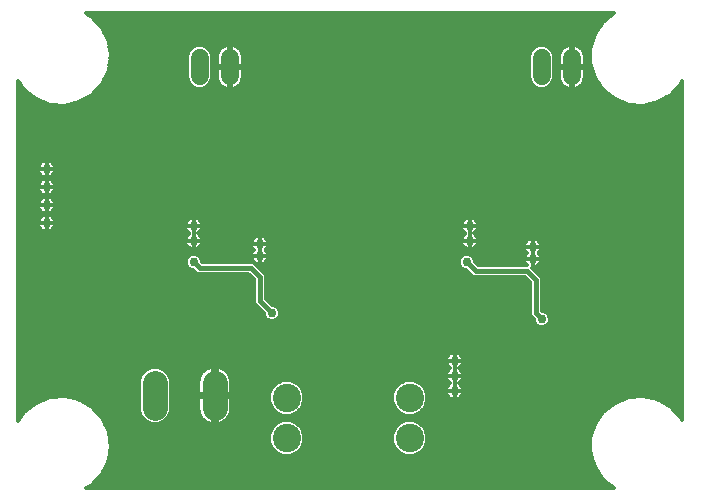
<source format=gbl>
G75*
%MOIN*%
%OFA0B0*%
%FSLAX25Y25*%
%IPPOS*%
%LPD*%
%AMOC8*
5,1,8,0,0,1.08239X$1,22.5*
%
%ADD10C,0.08250*%
%ADD11C,0.09449*%
%ADD12C,0.06000*%
%ADD13C,0.01200*%
%ADD14C,0.02953*%
%ADD15C,0.01600*%
D10*
X0098600Y0040175D02*
X0098600Y0048425D01*
X0118600Y0048425D02*
X0118600Y0040175D01*
D11*
X0142600Y0043500D03*
X0142600Y0030100D03*
X0183600Y0030100D03*
X0183600Y0043500D03*
D12*
X0227600Y0150800D02*
X0227600Y0156800D01*
X0237600Y0156800D02*
X0237600Y0150800D01*
X0123600Y0150800D02*
X0123600Y0156800D01*
X0113600Y0156800D02*
X0113600Y0150800D01*
D13*
X0053184Y0149105D02*
X0053184Y0035913D01*
X0055179Y0038839D01*
X0055179Y0038839D01*
X0055179Y0038839D01*
X0059048Y0041924D01*
X0059048Y0041924D01*
X0063654Y0043732D01*
X0063654Y0043732D01*
X0068589Y0044102D01*
X0068589Y0044102D01*
X0073413Y0043001D01*
X0073413Y0043001D01*
X0077698Y0040526D01*
X0077698Y0040526D01*
X0081064Y0036899D01*
X0081064Y0036899D01*
X0083211Y0032441D01*
X0083211Y0032441D01*
X0083948Y0027548D01*
X0083211Y0022655D01*
X0081064Y0018197D01*
X0081064Y0018197D01*
X0077698Y0014570D01*
X0077698Y0014570D01*
X0077698Y0014570D01*
X0075645Y0013384D01*
X0251695Y0013384D01*
X0248093Y0016257D01*
X0248093Y0016257D01*
X0248093Y0016257D01*
X0245305Y0020346D01*
X0245305Y0020346D01*
X0243847Y0025074D01*
X0243847Y0030022D01*
X0245305Y0034750D01*
X0245305Y0034750D01*
X0248093Y0038839D01*
X0248093Y0038839D01*
X0248093Y0038839D01*
X0251961Y0041924D01*
X0251961Y0041924D01*
X0256568Y0043732D01*
X0256568Y0043732D01*
X0261502Y0044102D01*
X0261502Y0044102D01*
X0266326Y0043001D01*
X0266326Y0043001D01*
X0270611Y0040526D01*
X0270611Y0040526D01*
X0273977Y0036899D01*
X0273977Y0036899D01*
X0274425Y0035968D01*
X0274425Y0149049D01*
X0273977Y0148118D01*
X0270611Y0144491D01*
X0270611Y0144491D01*
X0266326Y0142017D01*
X0261502Y0140916D01*
X0261502Y0140916D01*
X0256568Y0141285D01*
X0256568Y0141285D01*
X0251961Y0143093D01*
X0251961Y0143093D01*
X0248093Y0146178D01*
X0248093Y0146178D01*
X0248093Y0146178D01*
X0245305Y0150267D01*
X0245305Y0150267D01*
X0243847Y0154995D01*
X0243847Y0159943D01*
X0245305Y0164672D01*
X0245305Y0164672D01*
X0248093Y0168760D01*
X0248093Y0168760D01*
X0251695Y0171633D01*
X0075645Y0171633D01*
X0077698Y0170448D01*
X0081064Y0166820D01*
X0081064Y0166820D01*
X0081064Y0166820D01*
X0083211Y0162362D01*
X0083211Y0162362D01*
X0083948Y0157469D01*
X0083211Y0152576D01*
X0083211Y0152576D01*
X0081064Y0148118D01*
X0081064Y0148118D01*
X0077698Y0144491D01*
X0077698Y0144491D01*
X0073413Y0142017D01*
X0073413Y0142017D01*
X0068589Y0140916D01*
X0068589Y0140916D01*
X0063654Y0141285D01*
X0063654Y0141285D01*
X0059048Y0143093D01*
X0059048Y0143093D01*
X0055179Y0146178D01*
X0055179Y0146178D01*
X0055179Y0146178D01*
X0053184Y0149105D01*
X0053184Y0148430D02*
X0053644Y0148430D01*
X0053184Y0147232D02*
X0054461Y0147232D01*
X0055361Y0146033D02*
X0053184Y0146033D01*
X0053184Y0144835D02*
X0056864Y0144835D01*
X0058367Y0143636D02*
X0053184Y0143636D01*
X0053184Y0142438D02*
X0060718Y0142438D01*
X0064271Y0141239D02*
X0053184Y0141239D01*
X0053184Y0140041D02*
X0274425Y0140041D01*
X0274425Y0141239D02*
X0262919Y0141239D01*
X0267055Y0142438D02*
X0274425Y0142438D01*
X0274425Y0143636D02*
X0269131Y0143636D01*
X0270930Y0144835D02*
X0274425Y0144835D01*
X0274425Y0146033D02*
X0272042Y0146033D01*
X0273155Y0147232D02*
X0274425Y0147232D01*
X0274425Y0148430D02*
X0274127Y0148430D01*
X0274425Y0138842D02*
X0053184Y0138842D01*
X0053184Y0137644D02*
X0274425Y0137644D01*
X0274425Y0136445D02*
X0053184Y0136445D01*
X0053184Y0135247D02*
X0274425Y0135247D01*
X0274425Y0134048D02*
X0053184Y0134048D01*
X0053184Y0132850D02*
X0274425Y0132850D01*
X0274425Y0131651D02*
X0053184Y0131651D01*
X0053184Y0130453D02*
X0274425Y0130453D01*
X0274425Y0129254D02*
X0053184Y0129254D01*
X0053184Y0128056D02*
X0274425Y0128056D01*
X0274425Y0126857D02*
X0053184Y0126857D01*
X0053184Y0125659D02*
X0274425Y0125659D01*
X0274425Y0124460D02*
X0053184Y0124460D01*
X0053184Y0123262D02*
X0274425Y0123262D01*
X0274425Y0122063D02*
X0064368Y0122063D01*
X0064426Y0122024D02*
X0063957Y0122338D01*
X0063435Y0122554D01*
X0062882Y0122664D01*
X0062600Y0122664D01*
X0062318Y0122664D01*
X0061765Y0122554D01*
X0061243Y0122338D01*
X0060774Y0122024D01*
X0060376Y0121626D01*
X0060062Y0121157D01*
X0059846Y0120635D01*
X0059736Y0120082D01*
X0059736Y0119800D01*
X0059736Y0119518D01*
X0059846Y0118965D01*
X0060062Y0118443D01*
X0060376Y0117974D01*
X0060774Y0117576D01*
X0061243Y0117262D01*
X0061765Y0117046D01*
X0062318Y0116936D01*
X0062600Y0116936D01*
X0062882Y0116936D01*
X0063435Y0117046D01*
X0063957Y0117262D01*
X0064426Y0117576D01*
X0064824Y0117974D01*
X0065138Y0118443D01*
X0065354Y0118965D01*
X0065464Y0119518D01*
X0065464Y0119800D01*
X0065464Y0120082D01*
X0065354Y0120635D01*
X0065138Y0121157D01*
X0064824Y0121626D01*
X0064426Y0122024D01*
X0065259Y0120865D02*
X0274425Y0120865D01*
X0274425Y0119666D02*
X0065464Y0119666D01*
X0065464Y0119800D02*
X0062600Y0119800D01*
X0065464Y0119800D01*
X0065148Y0118468D02*
X0274425Y0118468D01*
X0274425Y0117269D02*
X0063967Y0117269D01*
X0063435Y0116554D02*
X0063957Y0116338D01*
X0064426Y0116024D01*
X0064824Y0115626D01*
X0065138Y0115157D01*
X0065354Y0114635D01*
X0065464Y0114082D01*
X0065464Y0113800D01*
X0062600Y0113800D01*
X0062600Y0113800D01*
X0062600Y0113800D01*
X0062600Y0116664D01*
X0062882Y0116664D01*
X0063435Y0116554D01*
X0062600Y0116664D02*
X0062318Y0116664D01*
X0061765Y0116554D01*
X0061243Y0116338D01*
X0060774Y0116024D01*
X0060376Y0115626D01*
X0060062Y0115157D01*
X0059846Y0114635D01*
X0059736Y0114082D01*
X0059736Y0113800D01*
X0059736Y0113518D01*
X0059846Y0112965D01*
X0060062Y0112443D01*
X0060376Y0111974D01*
X0060774Y0111576D01*
X0061243Y0111262D01*
X0061765Y0111046D01*
X0062318Y0110936D01*
X0062600Y0110936D01*
X0062882Y0110936D01*
X0063435Y0111046D01*
X0063957Y0111262D01*
X0064426Y0111576D01*
X0064824Y0111974D01*
X0065138Y0112443D01*
X0065354Y0112965D01*
X0065464Y0113518D01*
X0065464Y0113800D01*
X0062600Y0113800D01*
X0062600Y0110936D01*
X0062600Y0113800D01*
X0062600Y0113800D01*
X0062600Y0113800D01*
X0059736Y0113800D01*
X0062600Y0113800D01*
X0062600Y0116664D01*
X0062600Y0116936D02*
X0062600Y0119800D01*
X0062600Y0119800D01*
X0062600Y0119800D01*
X0062600Y0122664D01*
X0062600Y0119800D01*
X0062600Y0119800D01*
X0062600Y0119800D01*
X0059736Y0119800D01*
X0062600Y0119800D01*
X0062600Y0116936D01*
X0062600Y0117269D02*
X0062600Y0117269D01*
X0062600Y0116070D02*
X0062600Y0116070D01*
X0062600Y0114872D02*
X0062600Y0114872D01*
X0062600Y0113673D02*
X0062600Y0113673D01*
X0062600Y0112475D02*
X0062600Y0112475D01*
X0062600Y0111276D02*
X0062600Y0111276D01*
X0062600Y0110664D02*
X0062882Y0110664D01*
X0063435Y0110554D01*
X0063957Y0110338D01*
X0064426Y0110024D01*
X0064824Y0109626D01*
X0065138Y0109157D01*
X0065354Y0108635D01*
X0065464Y0108082D01*
X0065464Y0107800D01*
X0062600Y0107800D01*
X0062600Y0107800D01*
X0062600Y0107800D01*
X0062600Y0110664D01*
X0062318Y0110664D01*
X0061765Y0110554D01*
X0061243Y0110338D01*
X0060774Y0110024D01*
X0060376Y0109626D01*
X0060062Y0109157D01*
X0059846Y0108635D01*
X0059736Y0108082D01*
X0059736Y0107800D01*
X0059736Y0107518D01*
X0059846Y0106965D01*
X0060062Y0106443D01*
X0060376Y0105974D01*
X0060774Y0105576D01*
X0061243Y0105262D01*
X0061765Y0105046D01*
X0062318Y0104936D01*
X0062600Y0104936D01*
X0062882Y0104936D01*
X0063435Y0105046D01*
X0063957Y0105262D01*
X0064426Y0105576D01*
X0064824Y0105974D01*
X0065138Y0106443D01*
X0065354Y0106965D01*
X0065464Y0107518D01*
X0065464Y0107800D01*
X0062600Y0107800D01*
X0062600Y0104936D01*
X0062600Y0107800D01*
X0062600Y0107800D01*
X0062600Y0107800D01*
X0059736Y0107800D01*
X0062600Y0107800D01*
X0062600Y0110664D01*
X0062600Y0110078D02*
X0062600Y0110078D01*
X0062600Y0108879D02*
X0062600Y0108879D01*
X0062600Y0107681D02*
X0062600Y0107681D01*
X0062600Y0106482D02*
X0062600Y0106482D01*
X0062600Y0105284D02*
X0062600Y0105284D01*
X0062600Y0104664D02*
X0062882Y0104664D01*
X0063435Y0104554D01*
X0063957Y0104338D01*
X0064426Y0104024D01*
X0064824Y0103626D01*
X0065138Y0103157D01*
X0065354Y0102635D01*
X0065464Y0102082D01*
X0065464Y0101800D01*
X0062600Y0101800D01*
X0062600Y0101800D01*
X0062600Y0101800D01*
X0062600Y0104664D01*
X0062318Y0104664D01*
X0061765Y0104554D01*
X0061243Y0104338D01*
X0060774Y0104024D01*
X0060376Y0103626D01*
X0060062Y0103157D01*
X0059846Y0102635D01*
X0059736Y0102082D01*
X0059736Y0101800D01*
X0059736Y0101518D01*
X0059846Y0100965D01*
X0060062Y0100443D01*
X0060376Y0099974D01*
X0060774Y0099576D01*
X0061243Y0099262D01*
X0061765Y0099046D01*
X0062318Y0098936D01*
X0062600Y0098936D01*
X0062882Y0098936D01*
X0063435Y0099046D01*
X0063957Y0099262D01*
X0064426Y0099576D01*
X0064824Y0099974D01*
X0065138Y0100443D01*
X0065354Y0100965D01*
X0065464Y0101518D01*
X0065464Y0101800D01*
X0062600Y0101800D01*
X0062600Y0098936D01*
X0062600Y0101800D01*
X0062600Y0101800D01*
X0062600Y0101800D01*
X0059736Y0101800D01*
X0062600Y0101800D01*
X0062600Y0104664D01*
X0062600Y0104085D02*
X0062600Y0104085D01*
X0062600Y0102887D02*
X0062600Y0102887D01*
X0062600Y0101688D02*
X0062600Y0101688D01*
X0062600Y0100490D02*
X0062600Y0100490D01*
X0062600Y0099291D02*
X0062600Y0099291D01*
X0064000Y0099291D02*
X0109164Y0099291D01*
X0109062Y0099443D02*
X0109376Y0098974D01*
X0109774Y0098576D01*
X0110187Y0098300D01*
X0109774Y0098024D01*
X0109376Y0097626D01*
X0109062Y0097157D01*
X0108846Y0096635D01*
X0108736Y0096082D01*
X0108736Y0095800D01*
X0108736Y0095518D01*
X0108846Y0094965D01*
X0109062Y0094443D01*
X0109376Y0093974D01*
X0109774Y0093576D01*
X0110243Y0093262D01*
X0110765Y0093046D01*
X0111318Y0092936D01*
X0111600Y0092936D01*
X0111882Y0092936D01*
X0112435Y0093046D01*
X0112957Y0093262D01*
X0113426Y0093576D01*
X0113824Y0093974D01*
X0114138Y0094443D01*
X0114354Y0094965D01*
X0114464Y0095518D01*
X0114464Y0095800D01*
X0114464Y0096082D01*
X0114354Y0096635D01*
X0114138Y0097157D01*
X0113824Y0097626D01*
X0113426Y0098024D01*
X0113013Y0098300D01*
X0113426Y0098576D01*
X0113824Y0098974D01*
X0114138Y0099443D01*
X0114354Y0099965D01*
X0114464Y0100518D01*
X0114464Y0100800D01*
X0114464Y0101082D01*
X0114354Y0101635D01*
X0114138Y0102157D01*
X0113824Y0102626D01*
X0113426Y0103024D01*
X0112957Y0103338D01*
X0112435Y0103554D01*
X0111882Y0103664D01*
X0111600Y0103664D01*
X0111318Y0103664D01*
X0110765Y0103554D01*
X0110243Y0103338D01*
X0109774Y0103024D01*
X0109376Y0102626D01*
X0109062Y0102157D01*
X0108846Y0101635D01*
X0108736Y0101082D01*
X0108736Y0100800D01*
X0108736Y0100518D01*
X0108846Y0099965D01*
X0109062Y0099443D01*
X0108742Y0100490D02*
X0065157Y0100490D01*
X0065464Y0101688D02*
X0108868Y0101688D01*
X0108736Y0100800D02*
X0111600Y0100800D01*
X0111600Y0100800D01*
X0111600Y0103664D01*
X0111600Y0100800D01*
X0114464Y0100800D01*
X0111600Y0100800D01*
X0111600Y0100800D01*
X0111600Y0100800D01*
X0111600Y0095800D01*
X0114464Y0095800D01*
X0111600Y0095800D01*
X0111600Y0095800D01*
X0111600Y0095800D01*
X0111600Y0095800D01*
X0108736Y0095800D01*
X0111600Y0095800D01*
X0111600Y0092936D01*
X0111600Y0095800D01*
X0111600Y0095800D01*
X0111600Y0098664D01*
X0111600Y0100800D01*
X0111600Y0100800D01*
X0108736Y0100800D01*
X0109637Y0102887D02*
X0065250Y0102887D01*
X0064334Y0104085D02*
X0274425Y0104085D01*
X0274425Y0102887D02*
X0205563Y0102887D01*
X0205426Y0103024D02*
X0204957Y0103338D01*
X0204435Y0103554D01*
X0203882Y0103664D01*
X0203600Y0103664D01*
X0203318Y0103664D01*
X0202765Y0103554D01*
X0202243Y0103338D01*
X0201774Y0103024D01*
X0201376Y0102626D01*
X0201062Y0102157D01*
X0200846Y0101635D01*
X0200736Y0101082D01*
X0200736Y0100800D01*
X0200736Y0100518D01*
X0200846Y0099965D01*
X0201062Y0099443D01*
X0201376Y0098974D01*
X0201774Y0098576D01*
X0202187Y0098300D01*
X0201774Y0098024D01*
X0201376Y0097626D01*
X0201062Y0097157D01*
X0200846Y0096635D01*
X0200736Y0096082D01*
X0200736Y0095800D01*
X0200736Y0095518D01*
X0200846Y0094965D01*
X0201062Y0094443D01*
X0201376Y0093974D01*
X0201774Y0093576D01*
X0202243Y0093262D01*
X0202765Y0093046D01*
X0203318Y0092936D01*
X0203600Y0092936D01*
X0203882Y0092936D01*
X0204435Y0093046D01*
X0204957Y0093262D01*
X0205426Y0093576D01*
X0205824Y0093974D01*
X0206138Y0094443D01*
X0206354Y0094965D01*
X0206464Y0095518D01*
X0206464Y0095800D01*
X0206464Y0096082D01*
X0206354Y0096635D01*
X0206138Y0097157D01*
X0205824Y0097626D01*
X0205426Y0098024D01*
X0205013Y0098300D01*
X0205426Y0098576D01*
X0205824Y0098974D01*
X0206138Y0099443D01*
X0206354Y0099965D01*
X0206464Y0100518D01*
X0206464Y0100800D01*
X0206464Y0101082D01*
X0206354Y0101635D01*
X0206138Y0102157D01*
X0205824Y0102626D01*
X0205426Y0103024D01*
X0206332Y0101688D02*
X0274425Y0101688D01*
X0274425Y0100490D02*
X0206458Y0100490D01*
X0206464Y0100800D02*
X0203600Y0100800D01*
X0206464Y0100800D01*
X0206036Y0099291D02*
X0274425Y0099291D01*
X0274425Y0098093D02*
X0205323Y0098093D01*
X0206246Y0096894D02*
X0274425Y0096894D01*
X0274425Y0095696D02*
X0226754Y0095696D01*
X0226824Y0095626D02*
X0226426Y0096024D01*
X0225957Y0096338D01*
X0225435Y0096554D01*
X0224882Y0096664D01*
X0224600Y0096664D01*
X0224318Y0096664D01*
X0223765Y0096554D01*
X0223243Y0096338D01*
X0222774Y0096024D01*
X0222376Y0095626D01*
X0222062Y0095157D01*
X0221846Y0094635D01*
X0221736Y0094082D01*
X0221736Y0093800D01*
X0221736Y0093518D01*
X0221846Y0092965D01*
X0222062Y0092443D01*
X0222376Y0091974D01*
X0222550Y0091800D01*
X0222376Y0091626D01*
X0222062Y0091157D01*
X0221846Y0090635D01*
X0221736Y0090082D01*
X0221736Y0089800D01*
X0221736Y0089518D01*
X0221846Y0088965D01*
X0222062Y0088443D01*
X0222376Y0087974D01*
X0222559Y0087791D01*
X0206425Y0087791D01*
X0205267Y0088948D01*
X0205267Y0089330D01*
X0204861Y0090311D01*
X0204111Y0091061D01*
X0203130Y0091467D01*
X0202070Y0091467D01*
X0201089Y0091061D01*
X0200339Y0090311D01*
X0199933Y0089330D01*
X0199933Y0088270D01*
X0200339Y0087289D01*
X0201089Y0086539D01*
X0202070Y0086133D01*
X0202452Y0086133D01*
X0204775Y0083809D01*
X0221775Y0083809D01*
X0223609Y0081975D01*
X0223609Y0070975D01*
X0224933Y0069652D01*
X0224933Y0069270D01*
X0225339Y0068289D01*
X0226089Y0067539D01*
X0227070Y0067133D01*
X0228130Y0067133D01*
X0229111Y0067539D01*
X0229861Y0068289D01*
X0230267Y0069270D01*
X0230267Y0070330D01*
X0229861Y0071311D01*
X0229111Y0072061D01*
X0228130Y0072467D01*
X0227748Y0072467D01*
X0227591Y0072625D01*
X0227591Y0083625D01*
X0224591Y0086625D01*
X0224269Y0086946D01*
X0224318Y0086936D01*
X0224600Y0086936D01*
X0224882Y0086936D01*
X0225435Y0087046D01*
X0225957Y0087262D01*
X0226426Y0087576D01*
X0226824Y0087974D01*
X0227138Y0088443D01*
X0227354Y0088965D01*
X0227464Y0089518D01*
X0227464Y0089800D01*
X0227464Y0090082D01*
X0227354Y0090635D01*
X0227138Y0091157D01*
X0226824Y0091626D01*
X0226650Y0091800D01*
X0226824Y0091974D01*
X0227138Y0092443D01*
X0227354Y0092965D01*
X0227464Y0093518D01*
X0227464Y0093800D01*
X0227464Y0094082D01*
X0227354Y0094635D01*
X0227138Y0095157D01*
X0226824Y0095626D01*
X0227381Y0094497D02*
X0274425Y0094497D01*
X0274425Y0093299D02*
X0227420Y0093299D01*
X0227464Y0093800D02*
X0224600Y0093800D01*
X0224600Y0093800D01*
X0224600Y0096664D01*
X0224600Y0093800D01*
X0227464Y0093800D01*
X0226908Y0092100D02*
X0274425Y0092100D01*
X0274425Y0090902D02*
X0227243Y0090902D01*
X0227464Y0089800D02*
X0224600Y0089800D01*
X0224600Y0089800D01*
X0224600Y0089800D01*
X0224600Y0090936D01*
X0224600Y0093800D01*
X0224600Y0093800D01*
X0224600Y0093800D01*
X0221736Y0093800D01*
X0224600Y0093800D01*
X0224600Y0093800D01*
X0224600Y0089800D01*
X0224600Y0089800D01*
X0221736Y0089800D01*
X0224600Y0089800D01*
X0227464Y0089800D01*
X0227464Y0089703D02*
X0274425Y0089703D01*
X0274425Y0088505D02*
X0227163Y0088505D01*
X0226022Y0087306D02*
X0274425Y0087306D01*
X0274425Y0086108D02*
X0225107Y0086108D01*
X0224600Y0086936D02*
X0224600Y0089800D01*
X0224600Y0089800D01*
X0224600Y0086936D01*
X0224600Y0087306D02*
X0224600Y0087306D01*
X0224600Y0088505D02*
X0224600Y0088505D01*
X0224600Y0089703D02*
X0224600Y0089703D01*
X0224600Y0090902D02*
X0224600Y0090902D01*
X0224600Y0092100D02*
X0224600Y0092100D01*
X0224600Y0093299D02*
X0224600Y0093299D01*
X0224600Y0094497D02*
X0224600Y0094497D01*
X0224600Y0095696D02*
X0224600Y0095696D01*
X0222446Y0095696D02*
X0206464Y0095696D01*
X0206464Y0095800D02*
X0203600Y0095800D01*
X0206464Y0095800D01*
X0206160Y0094497D02*
X0221819Y0094497D01*
X0221780Y0093299D02*
X0205011Y0093299D01*
X0203600Y0093299D02*
X0203600Y0093299D01*
X0203600Y0092936D02*
X0203600Y0095800D01*
X0203600Y0095800D01*
X0203600Y0095800D01*
X0203600Y0097936D01*
X0203600Y0100800D01*
X0203600Y0100800D01*
X0203600Y0100800D01*
X0203600Y0103664D01*
X0203600Y0100800D01*
X0203600Y0100800D01*
X0200736Y0100800D01*
X0203600Y0100800D01*
X0203600Y0100800D01*
X0203600Y0095800D01*
X0203600Y0095800D01*
X0203600Y0095800D01*
X0200736Y0095800D01*
X0203600Y0095800D01*
X0203600Y0092936D01*
X0202189Y0093299D02*
X0136041Y0093299D01*
X0136138Y0093443D02*
X0136354Y0093965D01*
X0136464Y0094518D01*
X0136464Y0094800D01*
X0136464Y0095082D01*
X0136354Y0095635D01*
X0136138Y0096157D01*
X0135824Y0096626D01*
X0135426Y0097024D01*
X0134957Y0097338D01*
X0134435Y0097554D01*
X0133882Y0097664D01*
X0133600Y0097664D01*
X0133318Y0097664D01*
X0132765Y0097554D01*
X0132243Y0097338D01*
X0131774Y0097024D01*
X0131376Y0096626D01*
X0131062Y0096157D01*
X0130846Y0095635D01*
X0130736Y0095082D01*
X0130736Y0094800D01*
X0130736Y0094518D01*
X0130846Y0093965D01*
X0131062Y0093443D01*
X0131376Y0092974D01*
X0131550Y0092800D01*
X0131376Y0092626D01*
X0131062Y0092157D01*
X0130846Y0091635D01*
X0130736Y0091082D01*
X0130736Y0090800D01*
X0130736Y0090518D01*
X0130846Y0089965D01*
X0131062Y0089443D01*
X0131376Y0088974D01*
X0131774Y0088576D01*
X0132243Y0088262D01*
X0132765Y0088046D01*
X0133318Y0087936D01*
X0133600Y0087936D01*
X0133882Y0087936D01*
X0134435Y0088046D01*
X0134957Y0088262D01*
X0135426Y0088576D01*
X0135824Y0088974D01*
X0136138Y0089443D01*
X0136354Y0089965D01*
X0136464Y0090518D01*
X0136464Y0090800D01*
X0136464Y0091082D01*
X0136354Y0091635D01*
X0136138Y0092157D01*
X0135824Y0092626D01*
X0135650Y0092800D01*
X0135824Y0092974D01*
X0136138Y0093443D01*
X0136460Y0094497D02*
X0201040Y0094497D01*
X0200736Y0095696D02*
X0136329Y0095696D01*
X0136464Y0094800D02*
X0133600Y0094800D01*
X0133600Y0094800D01*
X0133600Y0097664D01*
X0133600Y0094800D01*
X0133600Y0094800D01*
X0133600Y0094800D01*
X0130736Y0094800D01*
X0133600Y0094800D01*
X0136464Y0094800D01*
X0135556Y0096894D02*
X0200954Y0096894D01*
X0201877Y0098093D02*
X0113323Y0098093D01*
X0114036Y0099291D02*
X0201164Y0099291D01*
X0200742Y0100490D02*
X0114458Y0100490D01*
X0114332Y0101688D02*
X0200868Y0101688D01*
X0201637Y0102887D02*
X0113563Y0102887D01*
X0111600Y0102887D02*
X0111600Y0102887D01*
X0111600Y0101688D02*
X0111600Y0101688D01*
X0111600Y0100490D02*
X0111600Y0100490D01*
X0111600Y0099291D02*
X0111600Y0099291D01*
X0111600Y0098093D02*
X0111600Y0098093D01*
X0111600Y0096894D02*
X0111600Y0096894D01*
X0111600Y0095696D02*
X0111600Y0095696D01*
X0111600Y0094497D02*
X0111600Y0094497D01*
X0111600Y0093299D02*
X0111600Y0093299D01*
X0113011Y0093299D02*
X0131159Y0093299D01*
X0131039Y0092100D02*
X0053184Y0092100D01*
X0053184Y0090902D02*
X0109930Y0090902D01*
X0110089Y0091061D02*
X0109339Y0090311D01*
X0108933Y0089330D01*
X0108933Y0088270D01*
X0109339Y0087289D01*
X0110089Y0086539D01*
X0111070Y0086133D01*
X0111452Y0086133D01*
X0112775Y0084809D01*
X0129775Y0084809D01*
X0131609Y0082975D01*
X0131609Y0074975D01*
X0134933Y0071652D01*
X0134933Y0071270D01*
X0135339Y0070289D01*
X0136089Y0069539D01*
X0137070Y0069133D01*
X0138130Y0069133D01*
X0139111Y0069539D01*
X0139861Y0070289D01*
X0140267Y0071270D01*
X0140267Y0072330D01*
X0139861Y0073311D01*
X0139111Y0074061D01*
X0138130Y0074467D01*
X0137748Y0074467D01*
X0135591Y0076625D01*
X0135591Y0084625D01*
X0132591Y0087625D01*
X0131425Y0088791D01*
X0114425Y0088791D01*
X0114267Y0088948D01*
X0114267Y0089330D01*
X0113861Y0090311D01*
X0113111Y0091061D01*
X0112130Y0091467D01*
X0111070Y0091467D01*
X0110089Y0091061D01*
X0109087Y0089703D02*
X0053184Y0089703D01*
X0053184Y0088505D02*
X0108933Y0088505D01*
X0109332Y0087306D02*
X0053184Y0087306D01*
X0053184Y0086108D02*
X0111477Y0086108D01*
X0112676Y0084909D02*
X0053184Y0084909D01*
X0053184Y0083711D02*
X0130874Y0083711D01*
X0131609Y0082512D02*
X0053184Y0082512D01*
X0053184Y0081314D02*
X0131609Y0081314D01*
X0131609Y0080115D02*
X0053184Y0080115D01*
X0053184Y0078917D02*
X0131609Y0078917D01*
X0131609Y0077718D02*
X0053184Y0077718D01*
X0053184Y0076520D02*
X0131609Y0076520D01*
X0131609Y0075321D02*
X0053184Y0075321D01*
X0053184Y0074123D02*
X0132462Y0074123D01*
X0133661Y0072924D02*
X0053184Y0072924D01*
X0053184Y0071726D02*
X0134859Y0071726D01*
X0135241Y0070527D02*
X0053184Y0070527D01*
X0053184Y0069329D02*
X0136598Y0069329D01*
X0138602Y0069329D02*
X0224933Y0069329D01*
X0225498Y0068130D02*
X0053184Y0068130D01*
X0053184Y0066932D02*
X0274425Y0066932D01*
X0274425Y0068130D02*
X0229702Y0068130D01*
X0230267Y0069329D02*
X0274425Y0069329D01*
X0274425Y0070527D02*
X0230186Y0070527D01*
X0229446Y0071726D02*
X0274425Y0071726D01*
X0274425Y0072924D02*
X0227591Y0072924D01*
X0227591Y0074123D02*
X0274425Y0074123D01*
X0274425Y0075321D02*
X0227591Y0075321D01*
X0227591Y0076520D02*
X0274425Y0076520D01*
X0274425Y0077718D02*
X0227591Y0077718D01*
X0227591Y0078917D02*
X0274425Y0078917D01*
X0274425Y0080115D02*
X0227591Y0080115D01*
X0227591Y0081314D02*
X0274425Y0081314D01*
X0274425Y0082512D02*
X0227591Y0082512D01*
X0227504Y0083711D02*
X0274425Y0083711D01*
X0274425Y0084909D02*
X0226306Y0084909D01*
X0223073Y0082512D02*
X0135591Y0082512D01*
X0135591Y0081314D02*
X0223609Y0081314D01*
X0223609Y0080115D02*
X0135591Y0080115D01*
X0135591Y0078917D02*
X0223609Y0078917D01*
X0223609Y0077718D02*
X0135591Y0077718D01*
X0135695Y0076520D02*
X0223609Y0076520D01*
X0223609Y0075321D02*
X0136894Y0075321D01*
X0138962Y0074123D02*
X0223609Y0074123D01*
X0223609Y0072924D02*
X0140021Y0072924D01*
X0140267Y0071726D02*
X0223609Y0071726D01*
X0224058Y0070527D02*
X0139959Y0070527D01*
X0135591Y0083711D02*
X0221874Y0083711D01*
X0222037Y0088505D02*
X0205710Y0088505D01*
X0205113Y0089703D02*
X0221736Y0089703D01*
X0221957Y0090902D02*
X0204270Y0090902D01*
X0200930Y0090902D02*
X0136464Y0090902D01*
X0136464Y0090800D02*
X0133600Y0090800D01*
X0133600Y0090800D01*
X0133600Y0090800D01*
X0133600Y0094800D01*
X0133600Y0094800D01*
X0133600Y0093664D01*
X0133600Y0090800D01*
X0133600Y0090800D01*
X0130736Y0090800D01*
X0133600Y0090800D01*
X0136464Y0090800D01*
X0136245Y0089703D02*
X0200087Y0089703D01*
X0199933Y0088505D02*
X0135320Y0088505D01*
X0133600Y0088505D02*
X0133600Y0088505D01*
X0133600Y0087936D02*
X0133600Y0090800D01*
X0133600Y0090800D01*
X0133600Y0087936D01*
X0132909Y0087306D02*
X0200332Y0087306D01*
X0202477Y0086108D02*
X0134107Y0086108D01*
X0135306Y0084909D02*
X0203676Y0084909D01*
X0203600Y0094497D02*
X0203600Y0094497D01*
X0203600Y0095696D02*
X0203600Y0095696D01*
X0203600Y0096894D02*
X0203600Y0096894D01*
X0203600Y0098093D02*
X0203600Y0098093D01*
X0203600Y0099291D02*
X0203600Y0099291D01*
X0203600Y0100490D02*
X0203600Y0100490D01*
X0203600Y0101688D02*
X0203600Y0101688D01*
X0203600Y0102887D02*
X0203600Y0102887D01*
X0222291Y0092100D02*
X0136161Y0092100D01*
X0133600Y0092100D02*
X0133600Y0092100D01*
X0133600Y0090902D02*
X0133600Y0090902D01*
X0133600Y0089703D02*
X0133600Y0089703D01*
X0131880Y0088505D02*
X0131710Y0088505D01*
X0130955Y0089703D02*
X0114113Y0089703D01*
X0113270Y0090902D02*
X0130736Y0090902D01*
X0133600Y0093299D02*
X0133600Y0093299D01*
X0133600Y0094497D02*
X0133600Y0094497D01*
X0133600Y0095696D02*
X0133600Y0095696D01*
X0133600Y0096894D02*
X0133600Y0096894D01*
X0131644Y0096894D02*
X0114246Y0096894D01*
X0114464Y0095696D02*
X0130871Y0095696D01*
X0130740Y0094497D02*
X0114160Y0094497D01*
X0110189Y0093299D02*
X0053184Y0093299D01*
X0053184Y0094497D02*
X0109040Y0094497D01*
X0108736Y0095696D02*
X0053184Y0095696D01*
X0053184Y0096894D02*
X0108954Y0096894D01*
X0109877Y0098093D02*
X0053184Y0098093D01*
X0053184Y0099291D02*
X0061200Y0099291D01*
X0060043Y0100490D02*
X0053184Y0100490D01*
X0053184Y0101688D02*
X0059736Y0101688D01*
X0059950Y0102887D02*
X0053184Y0102887D01*
X0053184Y0104085D02*
X0060866Y0104085D01*
X0061211Y0105284D02*
X0053184Y0105284D01*
X0053184Y0106482D02*
X0060046Y0106482D01*
X0059736Y0107681D02*
X0053184Y0107681D01*
X0053184Y0108879D02*
X0059947Y0108879D01*
X0060855Y0110078D02*
X0053184Y0110078D01*
X0053184Y0111276D02*
X0061222Y0111276D01*
X0060049Y0112475D02*
X0053184Y0112475D01*
X0053184Y0113673D02*
X0059736Y0113673D01*
X0059944Y0114872D02*
X0053184Y0114872D01*
X0053184Y0116070D02*
X0060843Y0116070D01*
X0061233Y0117269D02*
X0053184Y0117269D01*
X0053184Y0118468D02*
X0060052Y0118468D01*
X0059736Y0119666D02*
X0053184Y0119666D01*
X0053184Y0120865D02*
X0059941Y0120865D01*
X0060832Y0122063D02*
X0053184Y0122063D01*
X0062600Y0122063D02*
X0062600Y0122063D01*
X0062600Y0120865D02*
X0062600Y0120865D01*
X0062600Y0119666D02*
X0062600Y0119666D01*
X0062600Y0118468D02*
X0062600Y0118468D01*
X0064357Y0116070D02*
X0274425Y0116070D01*
X0274425Y0114872D02*
X0065256Y0114872D01*
X0065464Y0113673D02*
X0274425Y0113673D01*
X0274425Y0112475D02*
X0065151Y0112475D01*
X0063978Y0111276D02*
X0274425Y0111276D01*
X0274425Y0110078D02*
X0064345Y0110078D01*
X0065253Y0108879D02*
X0274425Y0108879D01*
X0274425Y0107681D02*
X0065464Y0107681D01*
X0065154Y0106482D02*
X0274425Y0106482D01*
X0274425Y0105284D02*
X0063989Y0105284D01*
X0070006Y0141239D02*
X0257185Y0141239D01*
X0253632Y0142438D02*
X0074142Y0142438D01*
X0076218Y0143636D02*
X0251281Y0143636D01*
X0249778Y0144835D02*
X0078017Y0144835D01*
X0079129Y0146033D02*
X0248275Y0146033D01*
X0247375Y0147232D02*
X0240153Y0147232D01*
X0239899Y0147048D02*
X0240458Y0147453D01*
X0240947Y0147942D01*
X0241352Y0148500D01*
X0241666Y0149116D01*
X0241879Y0149773D01*
X0241987Y0150455D01*
X0241987Y0153400D01*
X0238000Y0153400D01*
X0238000Y0154200D01*
X0237200Y0154200D01*
X0237200Y0161179D01*
X0236573Y0161079D01*
X0235916Y0160866D01*
X0235300Y0160552D01*
X0234742Y0160147D01*
X0234253Y0159658D01*
X0233848Y0159099D01*
X0233534Y0158484D01*
X0233321Y0157827D01*
X0233213Y0157145D01*
X0233213Y0154200D01*
X0237200Y0154200D01*
X0237200Y0153400D01*
X0233213Y0153400D01*
X0233213Y0150455D01*
X0233321Y0149773D01*
X0233534Y0149116D01*
X0233848Y0148500D01*
X0234253Y0147942D01*
X0234742Y0147453D01*
X0235300Y0147048D01*
X0235916Y0146734D01*
X0236573Y0146521D01*
X0237200Y0146421D01*
X0237200Y0153400D01*
X0238000Y0153400D01*
X0238000Y0146421D01*
X0238627Y0146521D01*
X0239284Y0146734D01*
X0239899Y0147048D01*
X0238000Y0147232D02*
X0237200Y0147232D01*
X0237200Y0148430D02*
X0238000Y0148430D01*
X0238000Y0149629D02*
X0237200Y0149629D01*
X0237200Y0150827D02*
X0238000Y0150827D01*
X0238000Y0152026D02*
X0237200Y0152026D01*
X0237200Y0153224D02*
X0238000Y0153224D01*
X0238000Y0154200D02*
X0241987Y0154200D01*
X0241987Y0157145D01*
X0241879Y0157827D01*
X0241666Y0158484D01*
X0241352Y0159099D01*
X0240947Y0159658D01*
X0240458Y0160147D01*
X0239899Y0160552D01*
X0239284Y0160866D01*
X0238627Y0161079D01*
X0238000Y0161179D01*
X0238000Y0154200D01*
X0238000Y0154423D02*
X0237200Y0154423D01*
X0237200Y0155621D02*
X0238000Y0155621D01*
X0238000Y0156820D02*
X0237200Y0156820D01*
X0237200Y0158018D02*
X0238000Y0158018D01*
X0238000Y0159217D02*
X0237200Y0159217D01*
X0237200Y0160415D02*
X0238000Y0160415D01*
X0240088Y0160415D02*
X0243992Y0160415D01*
X0243847Y0159217D02*
X0241267Y0159217D01*
X0241817Y0158018D02*
X0243847Y0158018D01*
X0243847Y0156820D02*
X0241987Y0156820D01*
X0241987Y0155621D02*
X0243847Y0155621D01*
X0244023Y0154423D02*
X0241987Y0154423D01*
X0241987Y0153224D02*
X0244393Y0153224D01*
X0244763Y0152026D02*
X0241987Y0152026D01*
X0241987Y0150827D02*
X0245132Y0150827D01*
X0245740Y0149629D02*
X0241833Y0149629D01*
X0241301Y0148430D02*
X0246557Y0148430D01*
X0235047Y0147232D02*
X0229936Y0147232D01*
X0229974Y0147247D02*
X0231153Y0148426D01*
X0231791Y0149966D01*
X0231791Y0157634D01*
X0231153Y0159174D01*
X0229974Y0160353D01*
X0228434Y0160991D01*
X0226766Y0160991D01*
X0225226Y0160353D01*
X0224047Y0159174D01*
X0223409Y0157634D01*
X0223409Y0149966D01*
X0224047Y0148426D01*
X0225226Y0147247D01*
X0226766Y0146609D01*
X0228434Y0146609D01*
X0229974Y0147247D01*
X0231154Y0148430D02*
X0233899Y0148430D01*
X0233367Y0149629D02*
X0231651Y0149629D01*
X0231791Y0150827D02*
X0233213Y0150827D01*
X0233213Y0152026D02*
X0231791Y0152026D01*
X0231791Y0153224D02*
X0233213Y0153224D01*
X0233213Y0154423D02*
X0231791Y0154423D01*
X0231791Y0155621D02*
X0233213Y0155621D01*
X0233213Y0156820D02*
X0231791Y0156820D01*
X0231631Y0158018D02*
X0233383Y0158018D01*
X0233933Y0159217D02*
X0231109Y0159217D01*
X0229822Y0160415D02*
X0235112Y0160415D01*
X0225378Y0160415D02*
X0126088Y0160415D01*
X0125899Y0160552D02*
X0125284Y0160866D01*
X0124627Y0161079D01*
X0124000Y0161179D01*
X0124000Y0154200D01*
X0123200Y0154200D01*
X0123200Y0161179D01*
X0122573Y0161079D01*
X0121916Y0160866D01*
X0121300Y0160552D01*
X0120742Y0160147D01*
X0120253Y0159658D01*
X0119848Y0159099D01*
X0119534Y0158484D01*
X0119321Y0157827D01*
X0119213Y0157145D01*
X0119213Y0154200D01*
X0123200Y0154200D01*
X0123200Y0153400D01*
X0119213Y0153400D01*
X0119213Y0150455D01*
X0119321Y0149773D01*
X0119534Y0149116D01*
X0119848Y0148500D01*
X0120253Y0147942D01*
X0120742Y0147453D01*
X0121300Y0147048D01*
X0121916Y0146734D01*
X0122573Y0146521D01*
X0123200Y0146421D01*
X0123200Y0153400D01*
X0124000Y0153400D01*
X0124000Y0154200D01*
X0127987Y0154200D01*
X0127987Y0157145D01*
X0127879Y0157827D01*
X0127666Y0158484D01*
X0127352Y0159099D01*
X0126947Y0159658D01*
X0126458Y0160147D01*
X0125899Y0160552D01*
X0124000Y0160415D02*
X0123200Y0160415D01*
X0123200Y0159217D02*
X0124000Y0159217D01*
X0124000Y0158018D02*
X0123200Y0158018D01*
X0123200Y0156820D02*
X0124000Y0156820D01*
X0124000Y0155621D02*
X0123200Y0155621D01*
X0123200Y0154423D02*
X0124000Y0154423D01*
X0124000Y0153400D02*
X0127987Y0153400D01*
X0127987Y0150455D01*
X0127879Y0149773D01*
X0127666Y0149116D01*
X0127352Y0148500D01*
X0126947Y0147942D01*
X0126458Y0147453D01*
X0125899Y0147048D01*
X0125284Y0146734D01*
X0124627Y0146521D01*
X0124000Y0146421D01*
X0124000Y0153400D01*
X0124000Y0153224D02*
X0123200Y0153224D01*
X0123200Y0152026D02*
X0124000Y0152026D01*
X0124000Y0150827D02*
X0123200Y0150827D01*
X0123200Y0149629D02*
X0124000Y0149629D01*
X0124000Y0148430D02*
X0123200Y0148430D01*
X0123200Y0147232D02*
X0124000Y0147232D01*
X0126153Y0147232D02*
X0225264Y0147232D01*
X0224046Y0148430D02*
X0127301Y0148430D01*
X0127833Y0149629D02*
X0223549Y0149629D01*
X0223409Y0150827D02*
X0127987Y0150827D01*
X0127987Y0152026D02*
X0223409Y0152026D01*
X0223409Y0153224D02*
X0127987Y0153224D01*
X0127987Y0154423D02*
X0223409Y0154423D01*
X0223409Y0155621D02*
X0127987Y0155621D01*
X0127987Y0156820D02*
X0223409Y0156820D01*
X0223569Y0158018D02*
X0127817Y0158018D01*
X0127267Y0159217D02*
X0224091Y0159217D01*
X0244362Y0161614D02*
X0083323Y0161614D01*
X0083504Y0160415D02*
X0111378Y0160415D01*
X0111226Y0160353D02*
X0110047Y0159174D01*
X0109409Y0157634D01*
X0109409Y0149966D01*
X0110047Y0148426D01*
X0111226Y0147247D01*
X0112766Y0146609D01*
X0114434Y0146609D01*
X0115974Y0147247D01*
X0117153Y0148426D01*
X0117791Y0149966D01*
X0117791Y0157634D01*
X0117153Y0159174D01*
X0115974Y0160353D01*
X0114434Y0160991D01*
X0112766Y0160991D01*
X0111226Y0160353D01*
X0110091Y0159217D02*
X0083685Y0159217D01*
X0083865Y0158018D02*
X0109569Y0158018D01*
X0109409Y0156820D02*
X0083850Y0156820D01*
X0083669Y0155621D02*
X0109409Y0155621D01*
X0109409Y0154423D02*
X0083489Y0154423D01*
X0083308Y0153224D02*
X0109409Y0153224D01*
X0109409Y0152026D02*
X0082945Y0152026D01*
X0082368Y0150827D02*
X0109409Y0150827D01*
X0109549Y0149629D02*
X0081791Y0149629D01*
X0081214Y0148430D02*
X0110046Y0148430D01*
X0111264Y0147232D02*
X0080241Y0147232D01*
X0082994Y0162812D02*
X0244732Y0162812D01*
X0245102Y0164011D02*
X0082417Y0164011D01*
X0081839Y0165209D02*
X0245672Y0165209D01*
X0246489Y0166408D02*
X0081262Y0166408D01*
X0080334Y0167606D02*
X0247306Y0167606D01*
X0248149Y0168805D02*
X0079222Y0168805D01*
X0078110Y0170003D02*
X0249652Y0170003D01*
X0251155Y0171202D02*
X0076391Y0171202D01*
X0115822Y0160415D02*
X0121112Y0160415D01*
X0119933Y0159217D02*
X0117109Y0159217D01*
X0117631Y0158018D02*
X0119383Y0158018D01*
X0119213Y0156820D02*
X0117791Y0156820D01*
X0117791Y0155621D02*
X0119213Y0155621D01*
X0119213Y0154423D02*
X0117791Y0154423D01*
X0117791Y0153224D02*
X0119213Y0153224D01*
X0119213Y0152026D02*
X0117791Y0152026D01*
X0117791Y0150827D02*
X0119213Y0150827D01*
X0119367Y0149629D02*
X0117651Y0149629D01*
X0117154Y0148430D02*
X0119899Y0148430D01*
X0121047Y0147232D02*
X0115936Y0147232D01*
X0053184Y0065733D02*
X0274425Y0065733D01*
X0274425Y0064534D02*
X0053184Y0064534D01*
X0053184Y0063336D02*
X0274425Y0063336D01*
X0274425Y0062137D02*
X0053184Y0062137D01*
X0053184Y0060939D02*
X0274425Y0060939D01*
X0274425Y0059740D02*
X0053184Y0059740D01*
X0053184Y0058542D02*
X0197736Y0058542D01*
X0197765Y0058554D02*
X0197243Y0058338D01*
X0196774Y0058024D01*
X0196376Y0057626D01*
X0196062Y0057157D01*
X0195846Y0056635D01*
X0195736Y0056082D01*
X0195736Y0055800D01*
X0195736Y0055518D01*
X0195846Y0054965D01*
X0196062Y0054443D01*
X0196376Y0053974D01*
X0196774Y0053576D01*
X0197187Y0053300D01*
X0196774Y0053024D01*
X0196376Y0052626D01*
X0196062Y0052157D01*
X0195846Y0051635D01*
X0195736Y0051082D01*
X0195736Y0050800D01*
X0195736Y0050518D01*
X0195846Y0049965D01*
X0196062Y0049443D01*
X0196376Y0048974D01*
X0196774Y0048576D01*
X0197187Y0048300D01*
X0196774Y0048024D01*
X0196376Y0047626D01*
X0196062Y0047157D01*
X0195846Y0046635D01*
X0195736Y0046082D01*
X0195736Y0045800D01*
X0195736Y0045518D01*
X0195846Y0044965D01*
X0196062Y0044443D01*
X0196376Y0043974D01*
X0196774Y0043576D01*
X0197243Y0043262D01*
X0197765Y0043046D01*
X0198318Y0042936D01*
X0198600Y0042936D01*
X0198882Y0042936D01*
X0199435Y0043046D01*
X0199957Y0043262D01*
X0200426Y0043576D01*
X0200824Y0043974D01*
X0201138Y0044443D01*
X0201354Y0044965D01*
X0201464Y0045518D01*
X0201464Y0045800D01*
X0201464Y0046082D01*
X0201354Y0046635D01*
X0201138Y0047157D01*
X0200824Y0047626D01*
X0200426Y0048024D01*
X0200013Y0048300D01*
X0200426Y0048576D01*
X0200824Y0048974D01*
X0201138Y0049443D01*
X0201354Y0049965D01*
X0201464Y0050518D01*
X0201464Y0050800D01*
X0201464Y0051082D01*
X0201354Y0051635D01*
X0201138Y0052157D01*
X0200824Y0052626D01*
X0200426Y0053024D01*
X0200013Y0053300D01*
X0200426Y0053576D01*
X0200824Y0053974D01*
X0201138Y0054443D01*
X0201354Y0054965D01*
X0201464Y0055518D01*
X0201464Y0055800D01*
X0201464Y0056082D01*
X0201354Y0056635D01*
X0201138Y0057157D01*
X0200824Y0057626D01*
X0200426Y0058024D01*
X0199957Y0058338D01*
X0199435Y0058554D01*
X0198882Y0058664D01*
X0198600Y0058664D01*
X0198318Y0058664D01*
X0197765Y0058554D01*
X0198600Y0058542D02*
X0198600Y0058542D01*
X0198600Y0058664D02*
X0198600Y0055800D01*
X0201464Y0055800D01*
X0198600Y0055800D01*
X0198600Y0055800D01*
X0198600Y0055800D01*
X0198600Y0058664D01*
X0199464Y0058542D02*
X0274425Y0058542D01*
X0274425Y0057343D02*
X0201013Y0057343D01*
X0201451Y0056145D02*
X0274425Y0056145D01*
X0274425Y0054946D02*
X0201346Y0054946D01*
X0200598Y0053748D02*
X0274425Y0053748D01*
X0274425Y0052549D02*
X0200875Y0052549D01*
X0201410Y0051351D02*
X0274425Y0051351D01*
X0274425Y0050152D02*
X0201391Y0050152D01*
X0201464Y0050800D02*
X0198600Y0050800D01*
X0201464Y0050800D01*
X0200804Y0048954D02*
X0274425Y0048954D01*
X0274425Y0047755D02*
X0200695Y0047755D01*
X0201369Y0046557D02*
X0274425Y0046557D01*
X0274425Y0045358D02*
X0201432Y0045358D01*
X0201464Y0045800D02*
X0198600Y0045800D01*
X0201464Y0045800D01*
X0200948Y0044160D02*
X0274425Y0044160D01*
X0274425Y0042961D02*
X0266394Y0042961D01*
X0268470Y0041763D02*
X0274425Y0041763D01*
X0274425Y0040564D02*
X0270546Y0040564D01*
X0271688Y0039366D02*
X0274425Y0039366D01*
X0274425Y0038167D02*
X0272800Y0038167D01*
X0273912Y0036969D02*
X0274425Y0036969D01*
X0254604Y0042961D02*
X0199008Y0042961D01*
X0198600Y0042961D02*
X0198600Y0042961D01*
X0198600Y0042936D02*
X0198600Y0045800D01*
X0198600Y0045800D01*
X0198600Y0045800D01*
X0198600Y0047936D01*
X0198600Y0050800D01*
X0198600Y0050800D01*
X0198600Y0050800D01*
X0198600Y0052936D01*
X0198600Y0055800D01*
X0198600Y0055800D01*
X0195736Y0055800D01*
X0198600Y0055800D01*
X0198600Y0055800D01*
X0198600Y0050800D01*
X0198600Y0050800D01*
X0195736Y0050800D01*
X0198600Y0050800D01*
X0198600Y0050800D01*
X0198600Y0045800D01*
X0198600Y0045800D01*
X0198600Y0045800D01*
X0195736Y0045800D01*
X0198600Y0045800D01*
X0198600Y0042936D01*
X0198192Y0042961D02*
X0189515Y0042961D01*
X0189515Y0042323D02*
X0188614Y0040149D01*
X0186951Y0038486D01*
X0184777Y0037585D01*
X0182423Y0037585D01*
X0180249Y0038486D01*
X0178586Y0040149D01*
X0177685Y0042323D01*
X0177685Y0044677D01*
X0178586Y0046851D01*
X0180249Y0048514D01*
X0182423Y0049415D01*
X0184777Y0049415D01*
X0186951Y0048514D01*
X0188614Y0046851D01*
X0189515Y0044677D01*
X0189515Y0042323D01*
X0189283Y0041763D02*
X0251759Y0041763D01*
X0250256Y0040564D02*
X0188786Y0040564D01*
X0187831Y0039366D02*
X0248753Y0039366D01*
X0247635Y0038167D02*
X0186182Y0038167D01*
X0185367Y0035770D02*
X0246001Y0035770D01*
X0245250Y0034572D02*
X0187493Y0034572D01*
X0186951Y0035114D02*
X0184777Y0036015D01*
X0182423Y0036015D01*
X0180249Y0035114D01*
X0178586Y0033451D01*
X0177685Y0031277D01*
X0177685Y0028923D01*
X0178586Y0026749D01*
X0180249Y0025086D01*
X0182423Y0024185D01*
X0184777Y0024185D01*
X0186951Y0025086D01*
X0188614Y0026749D01*
X0189515Y0028923D01*
X0189515Y0031277D01*
X0188614Y0033451D01*
X0186951Y0035114D01*
X0188647Y0033373D02*
X0244880Y0033373D01*
X0244511Y0032175D02*
X0189143Y0032175D01*
X0189515Y0030976D02*
X0244141Y0030976D01*
X0243847Y0029778D02*
X0189515Y0029778D01*
X0189372Y0028579D02*
X0243847Y0028579D01*
X0243847Y0027381D02*
X0188876Y0027381D01*
X0188047Y0026182D02*
X0243847Y0026182D01*
X0243875Y0024984D02*
X0186705Y0024984D01*
X0180495Y0024984D02*
X0145705Y0024984D01*
X0145951Y0025086D02*
X0147614Y0026749D01*
X0148515Y0028923D01*
X0148515Y0031277D01*
X0147614Y0033451D01*
X0145951Y0035114D01*
X0143777Y0036015D01*
X0141423Y0036015D01*
X0139249Y0035114D01*
X0137586Y0033451D01*
X0136685Y0031277D01*
X0136685Y0028923D01*
X0137586Y0026749D01*
X0139249Y0025086D01*
X0141423Y0024185D01*
X0143777Y0024185D01*
X0145951Y0025086D01*
X0147047Y0026182D02*
X0179153Y0026182D01*
X0178324Y0027381D02*
X0147876Y0027381D01*
X0148372Y0028579D02*
X0177828Y0028579D01*
X0177685Y0029778D02*
X0148515Y0029778D01*
X0148515Y0030976D02*
X0177685Y0030976D01*
X0178057Y0032175D02*
X0148143Y0032175D01*
X0147647Y0033373D02*
X0178553Y0033373D01*
X0179707Y0034572D02*
X0146493Y0034572D01*
X0144367Y0035770D02*
X0181833Y0035770D01*
X0181018Y0038167D02*
X0145182Y0038167D01*
X0145951Y0038486D02*
X0147614Y0040149D01*
X0148515Y0042323D01*
X0148515Y0044677D01*
X0147614Y0046851D01*
X0145951Y0048514D01*
X0143777Y0049415D01*
X0141423Y0049415D01*
X0139249Y0048514D01*
X0137586Y0046851D01*
X0136685Y0044677D01*
X0136685Y0042323D01*
X0137586Y0040149D01*
X0139249Y0038486D01*
X0141423Y0037585D01*
X0143777Y0037585D01*
X0145951Y0038486D01*
X0146831Y0039366D02*
X0179369Y0039366D01*
X0178414Y0040564D02*
X0147786Y0040564D01*
X0148283Y0041763D02*
X0177917Y0041763D01*
X0177685Y0042961D02*
X0148515Y0042961D01*
X0148515Y0044160D02*
X0177685Y0044160D01*
X0177967Y0045358D02*
X0148233Y0045358D01*
X0147736Y0046557D02*
X0178464Y0046557D01*
X0179490Y0047755D02*
X0146710Y0047755D01*
X0144890Y0048954D02*
X0181310Y0048954D01*
X0185890Y0048954D02*
X0196396Y0048954D01*
X0196505Y0047755D02*
X0187710Y0047755D01*
X0188736Y0046557D02*
X0195831Y0046557D01*
X0195768Y0045358D02*
X0189233Y0045358D01*
X0189515Y0044160D02*
X0196252Y0044160D01*
X0198600Y0044160D02*
X0198600Y0044160D01*
X0198600Y0045358D02*
X0198600Y0045358D01*
X0198600Y0046557D02*
X0198600Y0046557D01*
X0198600Y0047755D02*
X0198600Y0047755D01*
X0198600Y0048954D02*
X0198600Y0048954D01*
X0198600Y0050152D02*
X0198600Y0050152D01*
X0198600Y0051351D02*
X0198600Y0051351D01*
X0198600Y0052549D02*
X0198600Y0052549D01*
X0198600Y0053748D02*
X0198600Y0053748D01*
X0198600Y0054946D02*
X0198600Y0054946D01*
X0198600Y0056145D02*
X0198600Y0056145D01*
X0198600Y0057343D02*
X0198600Y0057343D01*
X0196187Y0057343D02*
X0053184Y0057343D01*
X0053184Y0056145D02*
X0195749Y0056145D01*
X0195854Y0054946D02*
X0053184Y0054946D01*
X0053184Y0053748D02*
X0117144Y0053748D01*
X0117309Y0053802D02*
X0116484Y0053534D01*
X0115711Y0053140D01*
X0115009Y0052630D01*
X0114395Y0052016D01*
X0113885Y0051314D01*
X0113491Y0050541D01*
X0113223Y0049716D01*
X0113088Y0048859D01*
X0113088Y0044900D01*
X0118000Y0044900D01*
X0118000Y0053911D01*
X0117309Y0053802D01*
X0118000Y0053748D02*
X0119200Y0053748D01*
X0119200Y0053911D02*
X0119200Y0044900D01*
X0124112Y0044900D01*
X0124112Y0048859D01*
X0123977Y0049716D01*
X0123709Y0050541D01*
X0123315Y0051314D01*
X0122805Y0052016D01*
X0122191Y0052630D01*
X0121489Y0053140D01*
X0120716Y0053534D01*
X0119891Y0053802D01*
X0119200Y0053911D01*
X0120056Y0053748D02*
X0196602Y0053748D01*
X0196325Y0052549D02*
X0122271Y0052549D01*
X0123288Y0051351D02*
X0195790Y0051351D01*
X0195809Y0050152D02*
X0123835Y0050152D01*
X0124097Y0048954D02*
X0140310Y0048954D01*
X0138490Y0047755D02*
X0124112Y0047755D01*
X0124112Y0046557D02*
X0137464Y0046557D01*
X0136967Y0045358D02*
X0124112Y0045358D01*
X0124112Y0043700D02*
X0119200Y0043700D01*
X0119200Y0044900D01*
X0118000Y0044900D01*
X0118000Y0043700D01*
X0119200Y0043700D01*
X0119200Y0034689D01*
X0119891Y0034798D01*
X0120716Y0035066D01*
X0121489Y0035460D01*
X0122191Y0035970D01*
X0122805Y0036584D01*
X0123315Y0037286D01*
X0123709Y0038059D01*
X0123977Y0038884D01*
X0124112Y0039741D01*
X0124112Y0043700D01*
X0124112Y0042961D02*
X0136685Y0042961D01*
X0136685Y0044160D02*
X0119200Y0044160D01*
X0119200Y0045358D02*
X0118000Y0045358D01*
X0118000Y0044160D02*
X0103916Y0044160D01*
X0103916Y0045358D02*
X0113088Y0045358D01*
X0113088Y0046557D02*
X0103916Y0046557D01*
X0103916Y0047755D02*
X0113088Y0047755D01*
X0113103Y0048954D02*
X0103916Y0048954D01*
X0103916Y0049482D02*
X0103106Y0051436D01*
X0101611Y0052931D01*
X0099657Y0053741D01*
X0097543Y0053741D01*
X0095589Y0052931D01*
X0094094Y0051436D01*
X0093284Y0049482D01*
X0093284Y0039118D01*
X0094094Y0037164D01*
X0095589Y0035669D01*
X0097543Y0034859D01*
X0099657Y0034859D01*
X0101611Y0035669D01*
X0103106Y0037164D01*
X0103916Y0039118D01*
X0103916Y0049482D01*
X0103638Y0050152D02*
X0113365Y0050152D01*
X0113912Y0051351D02*
X0103142Y0051351D01*
X0101993Y0052549D02*
X0114929Y0052549D01*
X0118000Y0052549D02*
X0119200Y0052549D01*
X0119200Y0051351D02*
X0118000Y0051351D01*
X0118000Y0050152D02*
X0119200Y0050152D01*
X0119200Y0048954D02*
X0118000Y0048954D01*
X0118000Y0047755D02*
X0119200Y0047755D01*
X0119200Y0046557D02*
X0118000Y0046557D01*
X0118000Y0043700D02*
X0113088Y0043700D01*
X0113088Y0039741D01*
X0113223Y0038884D01*
X0113491Y0038059D01*
X0113885Y0037286D01*
X0114395Y0036584D01*
X0115009Y0035970D01*
X0115711Y0035460D01*
X0116484Y0035066D01*
X0117309Y0034798D01*
X0118000Y0034689D01*
X0118000Y0043700D01*
X0118000Y0042961D02*
X0119200Y0042961D01*
X0119200Y0041763D02*
X0118000Y0041763D01*
X0118000Y0040564D02*
X0119200Y0040564D01*
X0119200Y0039366D02*
X0118000Y0039366D01*
X0118000Y0038167D02*
X0119200Y0038167D01*
X0119200Y0036969D02*
X0118000Y0036969D01*
X0118000Y0035770D02*
X0119200Y0035770D01*
X0121916Y0035770D02*
X0140833Y0035770D01*
X0138707Y0034572D02*
X0082184Y0034572D01*
X0081607Y0035770D02*
X0095487Y0035770D01*
X0094289Y0036969D02*
X0080999Y0036969D01*
X0079887Y0038167D02*
X0093678Y0038167D01*
X0093284Y0039366D02*
X0078775Y0039366D01*
X0077632Y0040564D02*
X0093284Y0040564D01*
X0093284Y0041763D02*
X0075557Y0041763D01*
X0073481Y0042961D02*
X0093284Y0042961D01*
X0093284Y0044160D02*
X0053184Y0044160D01*
X0053184Y0045358D02*
X0093284Y0045358D01*
X0093284Y0046557D02*
X0053184Y0046557D01*
X0053184Y0047755D02*
X0093284Y0047755D01*
X0093284Y0048954D02*
X0053184Y0048954D01*
X0053184Y0050152D02*
X0093562Y0050152D01*
X0094058Y0051351D02*
X0053184Y0051351D01*
X0053184Y0052549D02*
X0095207Y0052549D01*
X0103916Y0042961D02*
X0113088Y0042961D01*
X0113088Y0041763D02*
X0103916Y0041763D01*
X0103916Y0040564D02*
X0113088Y0040564D01*
X0113147Y0039366D02*
X0103916Y0039366D01*
X0103522Y0038167D02*
X0113456Y0038167D01*
X0114116Y0036969D02*
X0102911Y0036969D01*
X0101713Y0035770D02*
X0115284Y0035770D01*
X0123084Y0036969D02*
X0246818Y0036969D01*
X0244244Y0023785D02*
X0083381Y0023785D01*
X0083211Y0022655D02*
X0083211Y0022655D01*
X0083178Y0022587D02*
X0244614Y0022587D01*
X0244984Y0021388D02*
X0082600Y0021388D01*
X0082023Y0020190D02*
X0245412Y0020190D01*
X0246229Y0018991D02*
X0081446Y0018991D01*
X0080688Y0017793D02*
X0247046Y0017793D01*
X0247863Y0016594D02*
X0079576Y0016594D01*
X0078464Y0015396D02*
X0249173Y0015396D01*
X0250676Y0014197D02*
X0077053Y0014197D01*
X0083561Y0024984D02*
X0139495Y0024984D01*
X0138153Y0026182D02*
X0083742Y0026182D01*
X0083923Y0027381D02*
X0137324Y0027381D01*
X0136828Y0028579D02*
X0083793Y0028579D01*
X0083612Y0029778D02*
X0136685Y0029778D01*
X0136685Y0030976D02*
X0083431Y0030976D01*
X0083251Y0032175D02*
X0137057Y0032175D01*
X0137553Y0033373D02*
X0082762Y0033373D01*
X0061691Y0042961D02*
X0053184Y0042961D01*
X0053184Y0041763D02*
X0058846Y0041763D01*
X0057343Y0040564D02*
X0053184Y0040564D01*
X0053184Y0039366D02*
X0055840Y0039366D01*
X0054721Y0038167D02*
X0053184Y0038167D01*
X0053184Y0036969D02*
X0053904Y0036969D01*
X0123744Y0038167D02*
X0140018Y0038167D01*
X0138369Y0039366D02*
X0124053Y0039366D01*
X0124112Y0040564D02*
X0137414Y0040564D01*
X0136917Y0041763D02*
X0124112Y0041763D01*
D14*
X0137600Y0071800D03*
X0111600Y0088800D03*
X0111600Y0095800D03*
X0111600Y0100800D03*
X0133600Y0094800D03*
X0133600Y0090800D03*
X0198600Y0055800D03*
X0198600Y0050800D03*
X0198600Y0045800D03*
X0227600Y0069800D03*
X0202600Y0088800D03*
X0203600Y0095800D03*
X0203600Y0100800D03*
X0224600Y0093800D03*
X0224600Y0089800D03*
X0062600Y0101800D03*
X0062600Y0107800D03*
X0062600Y0113800D03*
X0062600Y0119800D03*
D15*
X0111600Y0088800D02*
X0113600Y0086800D01*
X0130600Y0086800D01*
X0133600Y0083800D01*
X0133600Y0075800D01*
X0137600Y0071800D01*
X0202600Y0088800D02*
X0205600Y0085800D01*
X0222600Y0085800D01*
X0225600Y0082800D01*
X0225600Y0071800D01*
X0227600Y0069800D01*
M02*

</source>
